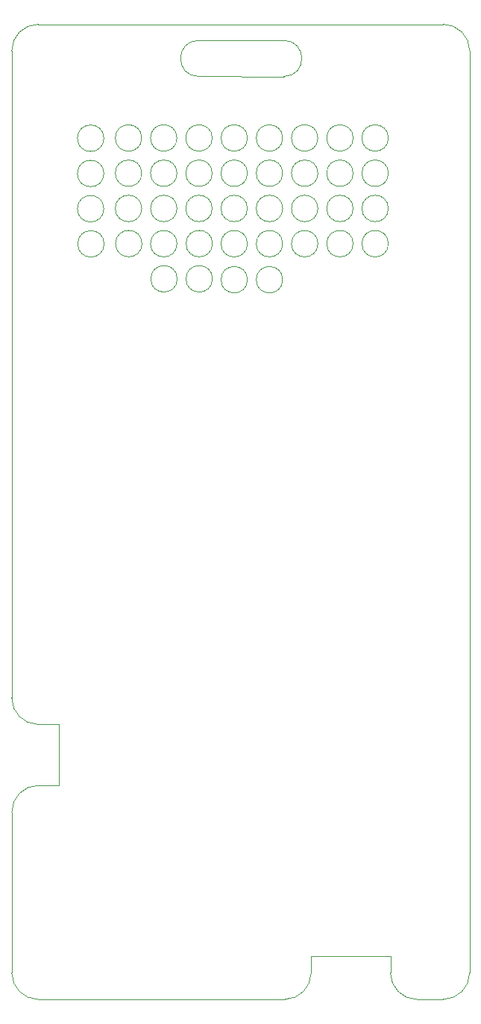
<source format=gbr>
%TF.GenerationSoftware,KiCad,Pcbnew,5.1.6-c6e7f7d~87~ubuntu18.04.1*%
%TF.CreationDate,2021-12-28T13:40:06-05:00*%
%TF.ProjectId,remote,72656d6f-7465-42e6-9b69-6361645f7063,rev?*%
%TF.SameCoordinates,Original*%
%TF.FileFunction,Profile,NP*%
%FSLAX46Y46*%
G04 Gerber Fmt 4.6, Leading zero omitted, Abs format (unit mm)*
G04 Created by KiCad (PCBNEW 5.1.6-c6e7f7d~87~ubuntu18.04.1) date 2021-12-28 13:40:06*
%MOMM*%
%LPD*%
G01*
G04 APERTURE LIST*
%TA.AperFunction,Profile*%
%ADD10C,0.050000*%
%TD*%
G04 APERTURE END LIST*
D10*
X3020580Y1540580D02*
X48980052Y1540580D01*
X48979736Y-109159948D02*
X46019948Y-109160000D01*
X34000000Y-106140052D02*
X34000000Y-104260000D01*
X43000000Y-104260000D02*
X34000000Y-104260000D01*
X46019948Y-109160000D02*
G75*
G02*
X43000000Y-106139736I316J3020264D01*
G01*
X43000000Y-104260000D02*
X43000000Y-106139736D01*
X34000000Y-106140052D02*
G75*
G02*
X30979736Y-109160000I-3020264J316D01*
G01*
X5320000Y-84870052D02*
X5320000Y-77950000D01*
X5320000Y-84870052D02*
X3028264Y-84870052D01*
X3019948Y-77950000D02*
X5320000Y-77950000D01*
X8000Y-87890000D02*
G75*
G02*
X3028264Y-84870052I3020264J-316D01*
G01*
X3019948Y-77950000D02*
G75*
G02*
X0Y-74929736I316J3020264D01*
G01*
X34763000Y-23371000D02*
G75*
G03*
X34763000Y-23371000I-1500000J0D01*
G01*
X38763000Y-23371000D02*
G75*
G03*
X38763000Y-23371000I-1500000J0D01*
G01*
X21220000Y-292512D02*
G75*
G03*
X21220000Y-4385000I0J-2046244D01*
G01*
X3027948Y-109160264D02*
G75*
G02*
X8000Y-106140000I316J3020264D01*
G01*
X8000Y-106140000D02*
X8000Y-87890000D01*
X48980052Y1540580D02*
G75*
G02*
X52000000Y-1479684I-316J-3020264D01*
G01*
X26763000Y-27461000D02*
G75*
G03*
X26763000Y-27461000I-1500000J0D01*
G01*
X22793000Y-27361000D02*
G75*
G03*
X22793000Y-27361000I-1500000J0D01*
G01*
X18793000Y-27361000D02*
G75*
G03*
X18793000Y-27361000I-1500000J0D01*
G01*
X30763000Y-27461000D02*
G75*
G03*
X30763000Y-27461000I-1500000J0D01*
G01*
X42763000Y-11371000D02*
G75*
G03*
X42763000Y-11371000I-1500000J0D01*
G01*
X10463000Y-11401000D02*
G75*
G03*
X10463000Y-11401000I-1500000J0D01*
G01*
X10463000Y-19401000D02*
G75*
G03*
X10463000Y-19401000I-1500000J0D01*
G01*
X30763000Y-11371000D02*
G75*
G03*
X30763000Y-11371000I-1500000J0D01*
G01*
X26763000Y-11371000D02*
G75*
G03*
X26763000Y-11371000I-1500000J0D01*
G01*
X10463000Y-15401000D02*
G75*
G03*
X10463000Y-15401000I-1500000J0D01*
G01*
X14763000Y-11371000D02*
G75*
G03*
X14763000Y-11371000I-1500000J0D01*
G01*
X18763000Y-11371000D02*
G75*
G03*
X18763000Y-11371000I-1500000J0D01*
G01*
X10493000Y-23391000D02*
G75*
G03*
X10493000Y-23391000I-1500000J0D01*
G01*
X22763000Y-11371000D02*
G75*
G03*
X22763000Y-11371000I-1500000J0D01*
G01*
X38763000Y-11371000D02*
G75*
G03*
X38763000Y-11371000I-1500000J0D01*
G01*
X34763000Y-11371000D02*
G75*
G03*
X34763000Y-11371000I-1500000J0D01*
G01*
X22793000Y-23361000D02*
G75*
G03*
X22793000Y-23361000I-1500000J0D01*
G01*
X14793000Y-23361000D02*
G75*
G03*
X14793000Y-23361000I-1500000J0D01*
G01*
X22763000Y-15371000D02*
G75*
G03*
X22763000Y-15371000I-1500000J0D01*
G01*
X14763000Y-19371000D02*
G75*
G03*
X14763000Y-19371000I-1500000J0D01*
G01*
X30763000Y-19371000D02*
G75*
G03*
X30763000Y-19371000I-1500000J0D01*
G01*
X38763000Y-19371000D02*
G75*
G03*
X38763000Y-19371000I-1500000J0D01*
G01*
X22763000Y-19371000D02*
G75*
G03*
X22763000Y-19371000I-1500000J0D01*
G01*
X26763000Y-19371000D02*
G75*
G03*
X26763000Y-19371000I-1500000J0D01*
G01*
X30763000Y-23371000D02*
G75*
G03*
X30763000Y-23371000I-1500000J0D01*
G01*
X42763000Y-23371000D02*
G75*
G03*
X42763000Y-23371000I-1500000J0D01*
G01*
X34763000Y-19371000D02*
G75*
G03*
X34763000Y-19371000I-1500000J0D01*
G01*
X30763000Y-15371000D02*
G75*
G03*
X30763000Y-15371000I-1500000J0D01*
G01*
X38763000Y-15371000D02*
G75*
G03*
X38763000Y-15371000I-1500000J0D01*
G01*
X42763000Y-19371000D02*
G75*
G03*
X42763000Y-19371000I-1500000J0D01*
G01*
X18763000Y-19371000D02*
G75*
G03*
X18763000Y-19371000I-1500000J0D01*
G01*
X34763000Y-15371000D02*
G75*
G03*
X34763000Y-15371000I-1500000J0D01*
G01*
X26763000Y-15371000D02*
G75*
G03*
X26763000Y-15371000I-1500000J0D01*
G01*
X18763000Y-15371000D02*
G75*
G03*
X18763000Y-15371000I-1500000J0D01*
G01*
X14763000Y-15371000D02*
G75*
G03*
X14763000Y-15371000I-1500000J0D01*
G01*
X26763000Y-23371000D02*
G75*
G03*
X26763000Y-23371000I-1500000J0D01*
G01*
X42763000Y-15371000D02*
G75*
G03*
X42763000Y-15371000I-1500000J0D01*
G01*
X18763000Y-23371000D02*
G75*
G03*
X18763000Y-23371000I-1500000J0D01*
G01*
X52000000Y-1479684D02*
X52000000Y-106140000D01*
X0Y-1480000D02*
X0Y-74929736D01*
X30892000Y-4390000D02*
X21220000Y-4385000D01*
X30892000Y-297512D02*
G75*
G02*
X30892000Y-4390000I0J-2046244D01*
G01*
X21220000Y-292512D02*
X30892000Y-297512D01*
X0Y-1480000D02*
G75*
G02*
X3020580Y1540580I3020580J0D01*
G01*
X52000000Y-106140000D02*
G75*
G02*
X48979736Y-109159948I-3020264J316D01*
G01*
X3027948Y-109160264D02*
X30979736Y-109160000D01*
M02*

</source>
